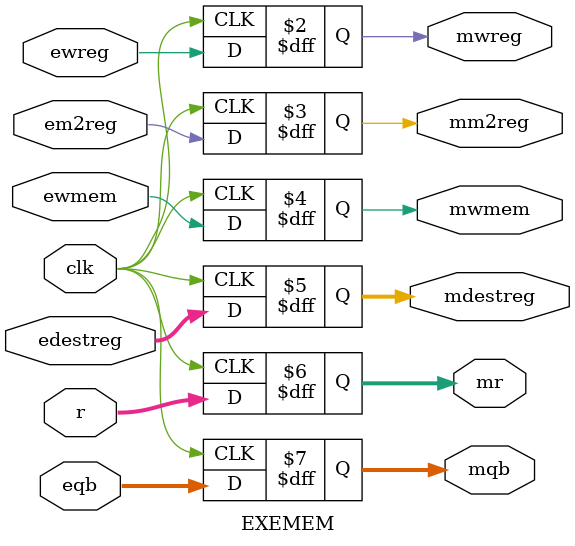
<source format=v>
`timescale 1ns / 1ps

module EXEMEM(

    // Transfers data from EXE to MEM stage.
    
    // INPUTS: Execute (EXE) Stage

    input wire clk,                                 // Clock
    input wire ewreg,                               // ewreg == 1: Write Date to Register
    input wire em2reg,                              // em2reg == 1: Write from Memory to Register (Load)
    input wire ewmem,                               // ewmem == 1: Write Data to Memory (Store)
    input wire [4:0] edestreg,                      // Destination Register
    input wire [31:0] r,                            // Result from ALU Operation
    input wire [31:0] eqb,                          // Query B: Outputs Value Stored in Target Register (rt) 
    
    // OUTPUTS: Memory Access (MEM) Stage
    
    output reg mwreg,                               // mwreg == 1: Write Date to Register
    output reg mm2reg,                              // mm2reg == 1: Write from Memory to Register (Load)
    output reg mwmem,                               // mwmem == 1: Write Data to Memory (Store)
    output reg [4:0] mdestreg,                      // Destination Register
    output reg [31:0] mr,                           // Result from ALU Operation
    output reg [31:0] mqb                           // Query B: Outputs Value Stored in Target Register (rt)

    );
    
    always @(posedge clk) begin                     // Positive Clock Edge Trigger (0 -> 1)
    
        mwreg <= ewreg;
        mm2reg <= em2reg;
        mwmem <= ewmem;
        mdestreg <= edestreg;
        mr <= r;
        mqb <= eqb;
    
    end
    
endmodule

</source>
